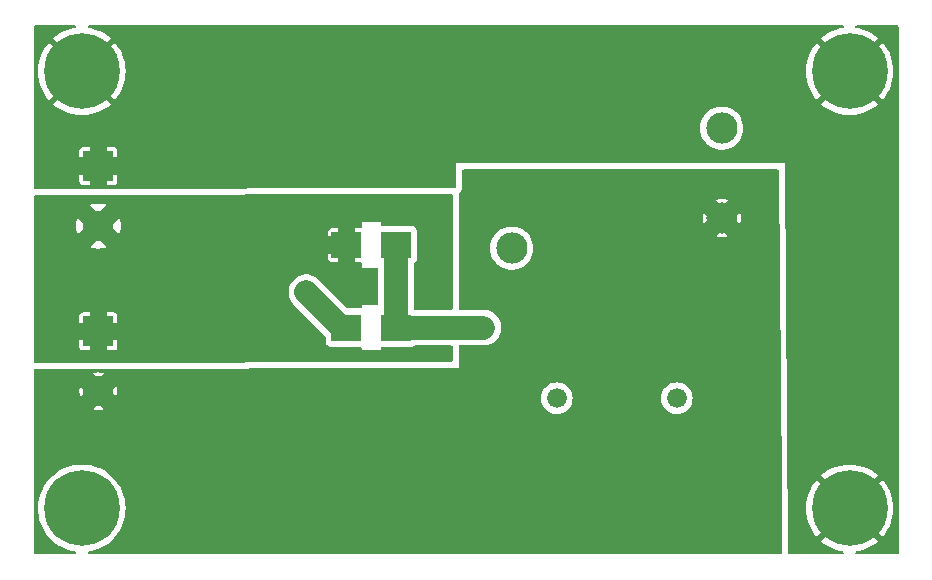
<source format=gbr>
%TF.GenerationSoftware,KiCad,Pcbnew,8.0.4*%
%TF.CreationDate,2025-06-09T12:47:20-04:00*%
%TF.ProjectId,car-battery-reverse-polarity-protection,6361722d-6261-4747-9465-72792d726576,rev?*%
%TF.SameCoordinates,Original*%
%TF.FileFunction,Copper,L1,Top*%
%TF.FilePolarity,Positive*%
%FSLAX46Y46*%
G04 Gerber Fmt 4.6, Leading zero omitted, Abs format (unit mm)*
G04 Created by KiCad (PCBNEW 8.0.4) date 2025-06-09 12:47:20*
%MOMM*%
%LPD*%
G01*
G04 APERTURE LIST*
%TA.AperFunction,ComponentPad*%
%ADD10C,6.400000*%
%TD*%
%TA.AperFunction,ComponentPad*%
%ADD11C,2.641600*%
%TD*%
%TA.AperFunction,ComponentPad*%
%ADD12C,1.676400*%
%TD*%
%TA.AperFunction,SMDPad,CuDef*%
%ADD13R,2.514600X2.260600*%
%TD*%
%TA.AperFunction,ComponentPad*%
%ADD14R,2.600000X2.600000*%
%TD*%
%TA.AperFunction,ComponentPad*%
%ADD15C,2.600000*%
%TD*%
%TA.AperFunction,ViaPad*%
%ADD16C,1.000000*%
%TD*%
%TA.AperFunction,Conductor*%
%ADD17C,2.000000*%
%TD*%
G04 APERTURE END LIST*
D10*
%TO.P,H5,1,1*%
%TO.N,GND*%
X104000000Y-106300000D03*
%TD*%
D11*
%TO.P,K1,13*%
%TO.N,GND*%
X140398800Y-84274200D03*
%TO.P,K1,14*%
%TO.N,/relay_load_terminal*%
X158178800Y-81734200D03*
D12*
%TO.P,K1,A1*%
%TO.N,/relay_coil*%
X154368800Y-96974200D03*
%TO.P,K1,A2*%
%TO.N,GND*%
X144208800Y-96974200D03*
D11*
%TO.P,K1,NC*%
%TO.N,N/C*%
X158178800Y-74114200D03*
%TD*%
D10*
%TO.P,H1,1,1*%
%TO.N,GND*%
X169000000Y-69300000D03*
%TD*%
D13*
%TO.P,D1,1,K*%
%TO.N,/relay_coil*%
X130595500Y-91000000D03*
%TO.P,D1,2,A*%
%TO.N,GND*%
X126404500Y-91000000D03*
%TD*%
%TO.P,D2,1,K*%
%TO.N,/relay_coil*%
X130595500Y-84000000D03*
%TO.P,D2,2,A*%
%TO.N,+BATT*%
X126404500Y-84000000D03*
%TD*%
D14*
%TO.P,J1,1,Pin_1*%
%TO.N,GND*%
X105400000Y-77320000D03*
D15*
%TO.P,J1,2,Pin_2*%
%TO.N,+BATT*%
X105400000Y-82400000D03*
%TD*%
D10*
%TO.P,H2,1,1*%
%TO.N,GND*%
X169000000Y-106300000D03*
%TD*%
D15*
%TO.P,J2,2,Pin_2*%
%TO.N,/relay_load_terminal*%
X105400000Y-96400000D03*
D14*
%TO.P,J2,1,Pin_1*%
%TO.N,+BATT*%
X105400000Y-91320000D03*
%TD*%
D10*
%TO.P,H3,1,1*%
%TO.N,GND*%
X104000000Y-69300000D03*
%TD*%
D16*
%TO.N,GND*%
X168900000Y-88900000D03*
X158300000Y-69500000D03*
X111700000Y-69500000D03*
X102200000Y-77600000D03*
X123000000Y-88000000D03*
X108500000Y-77500000D03*
X105300000Y-74400000D03*
%TO.N,/relay_coil*%
X138000000Y-91000000D03*
%TD*%
D17*
%TO.N,GND*%
X126404500Y-91000000D02*
X126000000Y-91000000D01*
X126000000Y-91000000D02*
X123000000Y-88000000D01*
%TO.N,/relay_coil*%
X130595500Y-91000000D02*
X138000000Y-91000000D01*
X130595500Y-84000000D02*
X130595500Y-91000000D01*
%TD*%
%TA.AperFunction,Conductor*%
%TO.N,GND*%
G36*
X103459868Y-65420185D02*
G01*
X103505623Y-65472989D01*
X103515567Y-65542147D01*
X103486542Y-65605703D01*
X103427764Y-65643477D01*
X103412227Y-65646973D01*
X103229676Y-65675886D01*
X103229669Y-65675887D01*
X102855063Y-65776262D01*
X102493005Y-65915244D01*
X102147456Y-66091310D01*
X101822206Y-66302531D01*
X101564648Y-66511095D01*
X101564648Y-66511096D01*
X103059301Y-68005748D01*
X102957670Y-68079588D01*
X102779588Y-68257670D01*
X102705748Y-68359300D01*
X101211096Y-66864648D01*
X101211095Y-66864648D01*
X101002531Y-67122206D01*
X100791310Y-67447456D01*
X100615244Y-67793005D01*
X100476262Y-68155063D01*
X100375887Y-68529669D01*
X100375886Y-68529676D01*
X100315219Y-68912712D01*
X100294922Y-69299999D01*
X100294922Y-69300000D01*
X100315219Y-69687287D01*
X100375886Y-70070323D01*
X100375887Y-70070330D01*
X100476262Y-70444936D01*
X100615244Y-70806994D01*
X100791310Y-71152543D01*
X101002531Y-71477793D01*
X101211095Y-71735350D01*
X101211096Y-71735350D01*
X102705748Y-70240698D01*
X102779588Y-70342330D01*
X102957670Y-70520412D01*
X103059300Y-70594251D01*
X101564648Y-72088903D01*
X101564649Y-72088904D01*
X101822206Y-72297468D01*
X102147456Y-72508689D01*
X102493005Y-72684755D01*
X102855063Y-72823737D01*
X103229669Y-72924112D01*
X103229676Y-72924113D01*
X103612712Y-72984780D01*
X103999999Y-73005078D01*
X104000001Y-73005078D01*
X104387287Y-72984780D01*
X104770323Y-72924113D01*
X104770330Y-72924112D01*
X105144936Y-72823737D01*
X105506994Y-72684755D01*
X105852543Y-72508689D01*
X106177783Y-72297476D01*
X106177785Y-72297475D01*
X106435349Y-72088902D01*
X104940698Y-70594251D01*
X105042330Y-70520412D01*
X105220412Y-70342330D01*
X105294251Y-70240698D01*
X106788902Y-71735349D01*
X106997475Y-71477785D01*
X106997476Y-71477783D01*
X107208689Y-71152543D01*
X107384755Y-70806994D01*
X107523737Y-70444936D01*
X107624112Y-70070330D01*
X107624113Y-70070323D01*
X107684780Y-69687287D01*
X107705078Y-69300000D01*
X107705078Y-69299999D01*
X107684780Y-68912712D01*
X107624113Y-68529676D01*
X107624112Y-68529669D01*
X107523737Y-68155063D01*
X107384755Y-67793005D01*
X107208689Y-67447456D01*
X106997468Y-67122206D01*
X106788904Y-66864649D01*
X106788903Y-66864648D01*
X105294251Y-68359300D01*
X105220412Y-68257670D01*
X105042330Y-68079588D01*
X104940698Y-68005748D01*
X106435350Y-66511096D01*
X106435350Y-66511095D01*
X106177793Y-66302531D01*
X105852543Y-66091310D01*
X105506994Y-65915244D01*
X105144936Y-65776262D01*
X104770330Y-65675887D01*
X104770323Y-65675886D01*
X104587773Y-65646973D01*
X104524638Y-65617044D01*
X104487707Y-65557732D01*
X104488705Y-65487870D01*
X104527315Y-65429637D01*
X104591278Y-65401523D01*
X104607171Y-65400500D01*
X168392829Y-65400500D01*
X168459868Y-65420185D01*
X168505623Y-65472989D01*
X168515567Y-65542147D01*
X168486542Y-65605703D01*
X168427764Y-65643477D01*
X168412227Y-65646973D01*
X168229676Y-65675886D01*
X168229669Y-65675887D01*
X167855063Y-65776262D01*
X167493005Y-65915244D01*
X167147456Y-66091310D01*
X166822206Y-66302531D01*
X166564648Y-66511095D01*
X166564648Y-66511096D01*
X168059301Y-68005748D01*
X167957670Y-68079588D01*
X167779588Y-68257670D01*
X167705748Y-68359300D01*
X166211096Y-66864648D01*
X166211095Y-66864648D01*
X166002531Y-67122206D01*
X165791310Y-67447456D01*
X165615244Y-67793005D01*
X165476262Y-68155063D01*
X165375887Y-68529669D01*
X165375886Y-68529676D01*
X165315219Y-68912712D01*
X165294922Y-69299999D01*
X165294922Y-69300000D01*
X165315219Y-69687287D01*
X165375886Y-70070323D01*
X165375887Y-70070330D01*
X165476262Y-70444936D01*
X165615244Y-70806994D01*
X165791310Y-71152543D01*
X166002531Y-71477793D01*
X166211095Y-71735350D01*
X166211096Y-71735350D01*
X167705748Y-70240698D01*
X167779588Y-70342330D01*
X167957670Y-70520412D01*
X168059300Y-70594251D01*
X166564648Y-72088903D01*
X166564649Y-72088904D01*
X166822206Y-72297468D01*
X167147456Y-72508689D01*
X167493005Y-72684755D01*
X167855063Y-72823737D01*
X168229669Y-72924112D01*
X168229676Y-72924113D01*
X168612712Y-72984780D01*
X168999999Y-73005078D01*
X169000001Y-73005078D01*
X169387287Y-72984780D01*
X169770323Y-72924113D01*
X169770330Y-72924112D01*
X170144936Y-72823737D01*
X170506994Y-72684755D01*
X170852543Y-72508689D01*
X171177783Y-72297476D01*
X171177785Y-72297475D01*
X171435349Y-72088902D01*
X169940698Y-70594251D01*
X170042330Y-70520412D01*
X170220412Y-70342330D01*
X170294251Y-70240698D01*
X171788902Y-71735349D01*
X171997475Y-71477785D01*
X171997476Y-71477783D01*
X172208689Y-71152543D01*
X172384755Y-70806994D01*
X172523737Y-70444936D01*
X172624112Y-70070330D01*
X172624113Y-70070323D01*
X172684780Y-69687287D01*
X172705078Y-69300000D01*
X172705078Y-69299999D01*
X172684780Y-68912712D01*
X172624113Y-68529676D01*
X172624112Y-68529669D01*
X172523737Y-68155063D01*
X172384755Y-67793005D01*
X172208689Y-67447456D01*
X171997468Y-67122206D01*
X171788904Y-66864649D01*
X171788903Y-66864648D01*
X170294251Y-68359300D01*
X170220412Y-68257670D01*
X170042330Y-68079588D01*
X169940698Y-68005748D01*
X171435350Y-66511096D01*
X171435350Y-66511095D01*
X171177793Y-66302531D01*
X170852543Y-66091310D01*
X170506994Y-65915244D01*
X170144936Y-65776262D01*
X169770330Y-65675887D01*
X169770323Y-65675886D01*
X169587773Y-65646973D01*
X169524638Y-65617044D01*
X169487707Y-65557732D01*
X169488705Y-65487870D01*
X169527315Y-65429637D01*
X169591278Y-65401523D01*
X169607171Y-65400500D01*
X173025500Y-65400500D01*
X173092539Y-65420185D01*
X173138294Y-65472989D01*
X173149500Y-65524500D01*
X173149500Y-110075500D01*
X173129815Y-110142539D01*
X173077011Y-110188294D01*
X173025500Y-110199500D01*
X169607171Y-110199500D01*
X169540132Y-110179815D01*
X169494377Y-110127011D01*
X169484433Y-110057853D01*
X169513458Y-109994297D01*
X169572236Y-109956523D01*
X169587773Y-109953027D01*
X169770323Y-109924113D01*
X169770330Y-109924112D01*
X170144936Y-109823737D01*
X170506994Y-109684755D01*
X170852543Y-109508689D01*
X171177783Y-109297476D01*
X171177785Y-109297475D01*
X171435349Y-109088902D01*
X169940698Y-107594251D01*
X170042330Y-107520412D01*
X170220412Y-107342330D01*
X170294251Y-107240698D01*
X171788902Y-108735349D01*
X171997475Y-108477785D01*
X171997476Y-108477783D01*
X172208689Y-108152543D01*
X172384755Y-107806994D01*
X172523737Y-107444936D01*
X172624112Y-107070330D01*
X172624113Y-107070323D01*
X172684780Y-106687287D01*
X172705078Y-106300000D01*
X172705078Y-106299999D01*
X172684780Y-105912712D01*
X172624113Y-105529676D01*
X172624112Y-105529669D01*
X172523737Y-105155063D01*
X172384755Y-104793005D01*
X172208689Y-104447456D01*
X171997468Y-104122206D01*
X171788904Y-103864649D01*
X171788903Y-103864648D01*
X170294251Y-105359300D01*
X170220412Y-105257670D01*
X170042330Y-105079588D01*
X169940698Y-105005748D01*
X171435350Y-103511096D01*
X171435350Y-103511095D01*
X171177793Y-103302531D01*
X170852543Y-103091310D01*
X170506994Y-102915244D01*
X170144936Y-102776262D01*
X169770330Y-102675887D01*
X169770323Y-102675886D01*
X169387287Y-102615219D01*
X169000001Y-102594922D01*
X168999999Y-102594922D01*
X168612712Y-102615219D01*
X168229676Y-102675886D01*
X168229669Y-102675887D01*
X167855063Y-102776262D01*
X167493005Y-102915244D01*
X167147456Y-103091310D01*
X166822206Y-103302531D01*
X166564648Y-103511095D01*
X166564648Y-103511096D01*
X168059301Y-105005748D01*
X167957670Y-105079588D01*
X167779588Y-105257670D01*
X167705748Y-105359300D01*
X166211096Y-103864648D01*
X166211095Y-103864648D01*
X166002531Y-104122206D01*
X165791310Y-104447456D01*
X165615244Y-104793005D01*
X165476262Y-105155063D01*
X165375887Y-105529669D01*
X165375886Y-105529676D01*
X165315219Y-105912712D01*
X165294922Y-106299999D01*
X165294922Y-106300000D01*
X165315219Y-106687287D01*
X165375886Y-107070323D01*
X165375887Y-107070330D01*
X165476262Y-107444936D01*
X165615244Y-107806994D01*
X165791310Y-108152543D01*
X166002531Y-108477793D01*
X166211095Y-108735350D01*
X166211096Y-108735350D01*
X167705748Y-107240698D01*
X167779588Y-107342330D01*
X167957670Y-107520412D01*
X168059300Y-107594251D01*
X166564648Y-109088903D01*
X166564649Y-109088904D01*
X166822206Y-109297468D01*
X167147456Y-109508689D01*
X167493005Y-109684755D01*
X167855063Y-109823737D01*
X168229669Y-109924112D01*
X168229676Y-109924113D01*
X168412227Y-109953027D01*
X168475362Y-109982956D01*
X168512293Y-110042268D01*
X168511295Y-110112130D01*
X168472685Y-110170363D01*
X168408722Y-110198477D01*
X168392829Y-110199500D01*
X163950496Y-110199500D01*
X163883457Y-110179815D01*
X163837702Y-110127011D01*
X163826502Y-110076728D01*
X163500000Y-77100000D01*
X135700000Y-77100000D01*
X135700000Y-79076299D01*
X135680315Y-79143338D01*
X135627511Y-79189093D01*
X135576300Y-79200299D01*
X100074800Y-79286259D01*
X100007713Y-79266736D01*
X99961831Y-79214043D01*
X99950500Y-79162259D01*
X99950500Y-78664785D01*
X103800001Y-78664785D01*
X103800002Y-78664808D01*
X103802908Y-78689869D01*
X103802909Y-78689873D01*
X103848211Y-78792474D01*
X103848214Y-78792479D01*
X103927520Y-78871785D01*
X103927525Y-78871788D01*
X104030123Y-78917089D01*
X104055206Y-78919999D01*
X104649999Y-78919999D01*
X106150000Y-78919999D01*
X106744786Y-78919999D01*
X106744808Y-78919997D01*
X106769869Y-78917091D01*
X106769873Y-78917090D01*
X106872474Y-78871788D01*
X106872479Y-78871785D01*
X106951785Y-78792479D01*
X106951788Y-78792474D01*
X106997089Y-78689877D01*
X106997089Y-78689875D01*
X106999999Y-78664794D01*
X107000000Y-78664791D01*
X107000000Y-78070000D01*
X106150000Y-78070000D01*
X106150000Y-78919999D01*
X104649999Y-78919999D01*
X104650000Y-78919998D01*
X104650000Y-78070000D01*
X103800001Y-78070000D01*
X103800001Y-78664785D01*
X99950500Y-78664785D01*
X99950500Y-77255981D01*
X104750000Y-77255981D01*
X104750000Y-77384019D01*
X104774979Y-77509598D01*
X104823978Y-77627890D01*
X104895112Y-77734351D01*
X104985649Y-77824888D01*
X105092110Y-77896022D01*
X105210402Y-77945021D01*
X105335981Y-77970000D01*
X105464019Y-77970000D01*
X105589598Y-77945021D01*
X105707890Y-77896022D01*
X105814351Y-77824888D01*
X105904888Y-77734351D01*
X105976022Y-77627890D01*
X106025021Y-77509598D01*
X106050000Y-77384019D01*
X106050000Y-77255981D01*
X106025021Y-77130402D01*
X105976022Y-77012110D01*
X105904888Y-76905649D01*
X105814351Y-76815112D01*
X105707890Y-76743978D01*
X105589598Y-76694979D01*
X105464019Y-76670000D01*
X105335981Y-76670000D01*
X105210402Y-76694979D01*
X105092110Y-76743978D01*
X104985649Y-76815112D01*
X104895112Y-76905649D01*
X104823978Y-77012110D01*
X104774979Y-77130402D01*
X104750000Y-77255981D01*
X99950500Y-77255981D01*
X99950500Y-75975205D01*
X103800000Y-75975205D01*
X103800000Y-76570000D01*
X104650000Y-76570000D01*
X106150000Y-76570000D01*
X106999999Y-76570000D01*
X106999999Y-75975214D01*
X106999997Y-75975191D01*
X106997091Y-75950130D01*
X106997090Y-75950126D01*
X106951788Y-75847525D01*
X106951785Y-75847520D01*
X106872479Y-75768214D01*
X106872474Y-75768211D01*
X106769876Y-75722910D01*
X106744794Y-75720000D01*
X106150000Y-75720000D01*
X106150000Y-76570000D01*
X104650000Y-76570000D01*
X104650000Y-75720000D01*
X104055214Y-75720000D01*
X104055191Y-75720002D01*
X104030130Y-75722908D01*
X104030126Y-75722909D01*
X103927525Y-75768211D01*
X103927520Y-75768214D01*
X103848214Y-75847520D01*
X103848211Y-75847525D01*
X103802910Y-75950122D01*
X103802910Y-75950124D01*
X103800000Y-75975205D01*
X99950500Y-75975205D01*
X99950500Y-74114195D01*
X156352393Y-74114195D01*
X156352393Y-74114204D01*
X156372790Y-74386402D01*
X156372791Y-74386407D01*
X156433531Y-74652529D01*
X156433537Y-74652548D01*
X156533264Y-74906648D01*
X156533263Y-74906648D01*
X156619793Y-75056521D01*
X156669752Y-75143052D01*
X156807218Y-75315428D01*
X156839952Y-75356476D01*
X157028850Y-75531746D01*
X157040054Y-75542142D01*
X157265597Y-75695915D01*
X157265602Y-75695917D01*
X157265603Y-75695918D01*
X157265604Y-75695919D01*
X157396223Y-75758821D01*
X157511535Y-75814352D01*
X157511536Y-75814352D01*
X157511539Y-75814354D01*
X157772386Y-75894815D01*
X158042312Y-75935500D01*
X158042313Y-75935500D01*
X158315287Y-75935500D01*
X158315288Y-75935500D01*
X158585214Y-75894815D01*
X158846061Y-75814354D01*
X159092004Y-75695915D01*
X159317546Y-75542142D01*
X159517651Y-75356472D01*
X159687848Y-75143052D01*
X159824336Y-74906648D01*
X159924065Y-74652543D01*
X159984808Y-74386412D01*
X160005207Y-74114200D01*
X159984808Y-73841988D01*
X159924065Y-73575857D01*
X159824336Y-73321752D01*
X159824335Y-73321751D01*
X159824336Y-73321751D01*
X159774377Y-73235221D01*
X159687848Y-73085348D01*
X159517651Y-72871928D01*
X159517650Y-72871927D01*
X159517647Y-72871923D01*
X159388724Y-72752301D01*
X159317546Y-72686258D01*
X159092004Y-72532485D01*
X159092003Y-72532484D01*
X159091996Y-72532480D01*
X158846063Y-72414047D01*
X158846065Y-72414047D01*
X158585222Y-72333587D01*
X158585218Y-72333586D01*
X158585214Y-72333585D01*
X158455373Y-72314014D01*
X158315293Y-72292900D01*
X158315288Y-72292900D01*
X158042312Y-72292900D01*
X158042306Y-72292900D01*
X157874208Y-72318237D01*
X157772386Y-72333585D01*
X157772383Y-72333586D01*
X157772377Y-72333587D01*
X157511535Y-72414047D01*
X157265604Y-72532480D01*
X157265603Y-72532481D01*
X157040053Y-72686258D01*
X156839952Y-72871923D01*
X156669752Y-73085348D01*
X156533264Y-73321751D01*
X156433537Y-73575851D01*
X156433531Y-73575870D01*
X156372791Y-73841992D01*
X156372790Y-73841997D01*
X156352393Y-74114195D01*
X99950500Y-74114195D01*
X99950500Y-65524500D01*
X99970185Y-65457461D01*
X100022989Y-65411706D01*
X100074500Y-65400500D01*
X103392829Y-65400500D01*
X103459868Y-65420185D01*
G37*
%TD.AperFunction*%
%TD*%
%TA.AperFunction,Conductor*%
%TO.N,/relay_load_terminal*%
G36*
X162943741Y-77625185D02*
G01*
X162989496Y-77677989D01*
X163000695Y-77728269D01*
X163267748Y-104700550D01*
X163283584Y-106299999D01*
X163320953Y-110074272D01*
X163301933Y-110141503D01*
X163249585Y-110187779D01*
X163196959Y-110199500D01*
X104610362Y-110199500D01*
X104543323Y-110179815D01*
X104497568Y-110127011D01*
X104487624Y-110057853D01*
X104516649Y-109994297D01*
X104575427Y-109956523D01*
X104590964Y-109953027D01*
X104597760Y-109951950D01*
X104770433Y-109924602D01*
X105145087Y-109824214D01*
X105507194Y-109685214D01*
X105852789Y-109509125D01*
X106178084Y-109297876D01*
X106479516Y-109053781D01*
X106753781Y-108779516D01*
X106997876Y-108478084D01*
X107209125Y-108152789D01*
X107385214Y-107807194D01*
X107524214Y-107445087D01*
X107624602Y-107070433D01*
X107685278Y-106687338D01*
X107705578Y-106300000D01*
X107685278Y-105912662D01*
X107624602Y-105529567D01*
X107524214Y-105154913D01*
X107385214Y-104792806D01*
X107209125Y-104447211D01*
X106997876Y-104121916D01*
X106753781Y-103820484D01*
X106479516Y-103546219D01*
X106178084Y-103302124D01*
X106178082Y-103302122D01*
X105852793Y-103090877D01*
X105507197Y-102914787D01*
X105145094Y-102775788D01*
X105145087Y-102775786D01*
X104770433Y-102675398D01*
X104770429Y-102675397D01*
X104770428Y-102675397D01*
X104387339Y-102614722D01*
X104000001Y-102594422D01*
X103999999Y-102594422D01*
X103612660Y-102614722D01*
X103229572Y-102675397D01*
X103229570Y-102675397D01*
X102854905Y-102775788D01*
X102492802Y-102914787D01*
X102147206Y-103090877D01*
X101821917Y-103302122D01*
X101520488Y-103546215D01*
X101520480Y-103546222D01*
X101246222Y-103820480D01*
X101246215Y-103820488D01*
X101002122Y-104121917D01*
X100790877Y-104447206D01*
X100614787Y-104792802D01*
X100475788Y-105154905D01*
X100375397Y-105529570D01*
X100375397Y-105529572D01*
X100314722Y-105912660D01*
X100294422Y-106299999D01*
X100314722Y-106687339D01*
X100338271Y-106836024D01*
X100375398Y-107070433D01*
X100407322Y-107189577D01*
X100475788Y-107445094D01*
X100614787Y-107807197D01*
X100790877Y-108152793D01*
X101002122Y-108478082D01*
X101002124Y-108478084D01*
X101246219Y-108779516D01*
X101520484Y-109053781D01*
X101520488Y-109053784D01*
X101821917Y-109297877D01*
X102076728Y-109463353D01*
X102147211Y-109509125D01*
X102492806Y-109685214D01*
X102854913Y-109824214D01*
X103229567Y-109924602D01*
X103399029Y-109951442D01*
X103409036Y-109953027D01*
X103472171Y-109982956D01*
X103509102Y-110042268D01*
X103508104Y-110112130D01*
X103469494Y-110170363D01*
X103405531Y-110198477D01*
X103389638Y-110199500D01*
X100074500Y-110199500D01*
X100007461Y-110179815D01*
X99961706Y-110127011D01*
X99950500Y-110075500D01*
X99950500Y-97932245D01*
X104928414Y-97932245D01*
X105148929Y-97985187D01*
X105400000Y-98004947D01*
X105651070Y-97985187D01*
X105871584Y-97932245D01*
X105400001Y-97460660D01*
X105400000Y-97460660D01*
X104928414Y-97932245D01*
X99950500Y-97932245D01*
X99950500Y-96400000D01*
X103795052Y-96400000D01*
X103814812Y-96651072D01*
X103867752Y-96871584D01*
X103867753Y-96871584D01*
X104339339Y-96400000D01*
X104275320Y-96335981D01*
X104750000Y-96335981D01*
X104750000Y-96464019D01*
X104774979Y-96589598D01*
X104823978Y-96707890D01*
X104895112Y-96814351D01*
X104985649Y-96904888D01*
X105092110Y-96976022D01*
X105210402Y-97025021D01*
X105335981Y-97050000D01*
X105464019Y-97050000D01*
X105589598Y-97025021D01*
X105707890Y-96976022D01*
X105710618Y-96974199D01*
X142864986Y-96974199D01*
X142864986Y-96974200D01*
X142885401Y-97207546D01*
X142885403Y-97207556D01*
X142946025Y-97433803D01*
X142946027Y-97433807D01*
X142946028Y-97433811D01*
X143045023Y-97646107D01*
X143179379Y-97837987D01*
X143345013Y-98003621D01*
X143536893Y-98137977D01*
X143749189Y-98236972D01*
X143975449Y-98297598D01*
X144162129Y-98313930D01*
X144208799Y-98318014D01*
X144208800Y-98318014D01*
X144208801Y-98318014D01*
X144247691Y-98314611D01*
X144442151Y-98297598D01*
X144668411Y-98236972D01*
X144880707Y-98137977D01*
X145072587Y-98003621D01*
X145238221Y-97837987D01*
X145372577Y-97646107D01*
X145471572Y-97433811D01*
X145532198Y-97207551D01*
X145552614Y-96974200D01*
X145552614Y-96974199D01*
X153024986Y-96974199D01*
X153024986Y-96974200D01*
X153045401Y-97207546D01*
X153045403Y-97207556D01*
X153106025Y-97433803D01*
X153106027Y-97433807D01*
X153106028Y-97433811D01*
X153205023Y-97646107D01*
X153339379Y-97837987D01*
X153505013Y-98003621D01*
X153696893Y-98137977D01*
X153909189Y-98236972D01*
X154135449Y-98297598D01*
X154322129Y-98313930D01*
X154368799Y-98318014D01*
X154368800Y-98318014D01*
X154368801Y-98318014D01*
X154407691Y-98314611D01*
X154602151Y-98297598D01*
X154828411Y-98236972D01*
X155040707Y-98137977D01*
X155232587Y-98003621D01*
X155398221Y-97837987D01*
X155532577Y-97646107D01*
X155631572Y-97433811D01*
X155692198Y-97207551D01*
X155712614Y-96974200D01*
X155692198Y-96740849D01*
X155631572Y-96514589D01*
X155532577Y-96302293D01*
X155398221Y-96110413D01*
X155232587Y-95944779D01*
X155040707Y-95810423D01*
X154828411Y-95711428D01*
X154828407Y-95711427D01*
X154828403Y-95711425D01*
X154602156Y-95650803D01*
X154602146Y-95650801D01*
X154368801Y-95630386D01*
X154368799Y-95630386D01*
X154135453Y-95650801D01*
X154135443Y-95650803D01*
X153909196Y-95711425D01*
X153909189Y-95711427D01*
X153909189Y-95711428D01*
X153696893Y-95810423D01*
X153505013Y-95944779D01*
X153505011Y-95944780D01*
X153505008Y-95944783D01*
X153339383Y-96110408D01*
X153339380Y-96110411D01*
X153339379Y-96110413D01*
X153312410Y-96148929D01*
X153205023Y-96302293D01*
X153106029Y-96514587D01*
X153106025Y-96514596D01*
X153045403Y-96740843D01*
X153045401Y-96740853D01*
X153024986Y-96974199D01*
X145552614Y-96974199D01*
X145532198Y-96740849D01*
X145471572Y-96514589D01*
X145372577Y-96302293D01*
X145238221Y-96110413D01*
X145072587Y-95944779D01*
X144880707Y-95810423D01*
X144668411Y-95711428D01*
X144668407Y-95711427D01*
X144668403Y-95711425D01*
X144442156Y-95650803D01*
X144442146Y-95650801D01*
X144208801Y-95630386D01*
X144208799Y-95630386D01*
X143975453Y-95650801D01*
X143975443Y-95650803D01*
X143749196Y-95711425D01*
X143749189Y-95711427D01*
X143749189Y-95711428D01*
X143536893Y-95810423D01*
X143345013Y-95944779D01*
X143345011Y-95944780D01*
X143345008Y-95944783D01*
X143179383Y-96110408D01*
X143179380Y-96110411D01*
X143179379Y-96110413D01*
X143152410Y-96148929D01*
X143045023Y-96302293D01*
X142946029Y-96514587D01*
X142946025Y-96514596D01*
X142885403Y-96740843D01*
X142885401Y-96740853D01*
X142864986Y-96974199D01*
X105710618Y-96974199D01*
X105814351Y-96904888D01*
X105904888Y-96814351D01*
X105976022Y-96707890D01*
X106025021Y-96589598D01*
X106050000Y-96464019D01*
X106050000Y-96400000D01*
X106460660Y-96400000D01*
X106932245Y-96871584D01*
X106985187Y-96651070D01*
X107004947Y-96400000D01*
X106985187Y-96148929D01*
X106932245Y-95928414D01*
X106460660Y-96400000D01*
X106050000Y-96400000D01*
X106050000Y-96335981D01*
X106025021Y-96210402D01*
X105976022Y-96092110D01*
X105904888Y-95985649D01*
X105814351Y-95895112D01*
X105707890Y-95823978D01*
X105589598Y-95774979D01*
X105464019Y-95750000D01*
X105335981Y-95750000D01*
X105210402Y-95774979D01*
X105092110Y-95823978D01*
X104985649Y-95895112D01*
X104895112Y-95985649D01*
X104823978Y-96092110D01*
X104774979Y-96210402D01*
X104750000Y-96335981D01*
X104275320Y-96335981D01*
X103867753Y-95928414D01*
X103867752Y-95928414D01*
X103814812Y-96148927D01*
X103795052Y-96400000D01*
X99950500Y-96400000D01*
X99950500Y-94867752D01*
X104928414Y-94867752D01*
X104928414Y-94867753D01*
X105400000Y-95339339D01*
X105400001Y-95339339D01*
X105871584Y-94867753D01*
X105871584Y-94867752D01*
X105651072Y-94814812D01*
X105400000Y-94795052D01*
X105148927Y-94814812D01*
X104928414Y-94867752D01*
X99950500Y-94867752D01*
X99950500Y-94610954D01*
X99970185Y-94543915D01*
X100022989Y-94498160D01*
X100074194Y-94486954D01*
X135900000Y-94400000D01*
X135900000Y-92624500D01*
X135919685Y-92557461D01*
X135972489Y-92511706D01*
X136024000Y-92500500D01*
X138118097Y-92500500D01*
X138351368Y-92463553D01*
X138575992Y-92390568D01*
X138786433Y-92283343D01*
X138977510Y-92144517D01*
X139144517Y-91977510D01*
X139283343Y-91786433D01*
X139390568Y-91575992D01*
X139463553Y-91351368D01*
X139500500Y-91118097D01*
X139500500Y-90881902D01*
X139463553Y-90648631D01*
X139390566Y-90424003D01*
X139283342Y-90213566D01*
X139144517Y-90022490D01*
X138977510Y-89855483D01*
X138786433Y-89716657D01*
X138575996Y-89609433D01*
X138351368Y-89536446D01*
X138118097Y-89499500D01*
X138118092Y-89499500D01*
X136024000Y-89499500D01*
X135956961Y-89479815D01*
X135911206Y-89427011D01*
X135900000Y-89375500D01*
X135900000Y-84274195D01*
X138572393Y-84274195D01*
X138572393Y-84274204D01*
X138592790Y-84546402D01*
X138592791Y-84546407D01*
X138653531Y-84812529D01*
X138653537Y-84812548D01*
X138753264Y-85066648D01*
X138753263Y-85066648D01*
X138817652Y-85178172D01*
X138889752Y-85303052D01*
X139027218Y-85475428D01*
X139059952Y-85516476D01*
X139183164Y-85630799D01*
X139260054Y-85702142D01*
X139485597Y-85855915D01*
X139485602Y-85855917D01*
X139485603Y-85855918D01*
X139485604Y-85855919D01*
X139616223Y-85918821D01*
X139731535Y-85974352D01*
X139731536Y-85974352D01*
X139731539Y-85974354D01*
X139992386Y-86054815D01*
X140262312Y-86095500D01*
X140262313Y-86095500D01*
X140535287Y-86095500D01*
X140535288Y-86095500D01*
X140805214Y-86054815D01*
X141066061Y-85974354D01*
X141312004Y-85855915D01*
X141537546Y-85702142D01*
X141737651Y-85516472D01*
X141907848Y-85303052D01*
X142044336Y-85066648D01*
X142144065Y-84812543D01*
X142204808Y-84546412D01*
X142225207Y-84274200D01*
X142210709Y-84080738D01*
X142204809Y-84001997D01*
X142204808Y-84001992D01*
X142204808Y-84001988D01*
X142144065Y-83735857D01*
X142044336Y-83481752D01*
X142044335Y-83481751D01*
X142044336Y-83481751D01*
X141962493Y-83339996D01*
X141907848Y-83245348D01*
X141737651Y-83031928D01*
X141737650Y-83031927D01*
X141737647Y-83031923D01*
X141608724Y-82912301D01*
X141537546Y-82846258D01*
X141414281Y-82762217D01*
X141312007Y-82692487D01*
X141311996Y-82692480D01*
X141066063Y-82574047D01*
X141066065Y-82574047D01*
X140805222Y-82493587D01*
X140805218Y-82493586D01*
X140805214Y-82493585D01*
X140675373Y-82474014D01*
X140535293Y-82452900D01*
X140535288Y-82452900D01*
X140262312Y-82452900D01*
X140262306Y-82452900D01*
X140094208Y-82478237D01*
X139992386Y-82493585D01*
X139992383Y-82493586D01*
X139992377Y-82493587D01*
X139731535Y-82574047D01*
X139485604Y-82692480D01*
X139485603Y-82692481D01*
X139260053Y-82846258D01*
X139059952Y-83031923D01*
X138889752Y-83245348D01*
X138753264Y-83481751D01*
X138653537Y-83735851D01*
X138653531Y-83735870D01*
X138592791Y-84001992D01*
X138592790Y-84001997D01*
X138572393Y-84274195D01*
X135900000Y-84274195D01*
X135900000Y-81734200D01*
X156552988Y-81734200D01*
X156573003Y-81988529D01*
X156629302Y-82223035D01*
X156629303Y-82223035D01*
X157112000Y-81740339D01*
X157112000Y-81839271D01*
X157152996Y-82045374D01*
X157233414Y-82239519D01*
X157350162Y-82414245D01*
X157498755Y-82562838D01*
X157673481Y-82679586D01*
X157867626Y-82760004D01*
X158073729Y-82801000D01*
X158172660Y-82801000D01*
X157689963Y-83283694D01*
X157689963Y-83283695D01*
X157924472Y-83339996D01*
X158178800Y-83360011D01*
X158433127Y-83339996D01*
X158667635Y-83283695D01*
X158184941Y-82801000D01*
X158283871Y-82801000D01*
X158489974Y-82760004D01*
X158684119Y-82679586D01*
X158858845Y-82562838D01*
X159007438Y-82414245D01*
X159124186Y-82239519D01*
X159204604Y-82045374D01*
X159245600Y-81839271D01*
X159245600Y-81740340D01*
X159728295Y-82223035D01*
X159784596Y-81988527D01*
X159804611Y-81734200D01*
X159784596Y-81479872D01*
X159728295Y-81245363D01*
X159728294Y-81245363D01*
X159245600Y-81728058D01*
X159245600Y-81629129D01*
X159204604Y-81423026D01*
X159124186Y-81228881D01*
X159007438Y-81054155D01*
X158858845Y-80905562D01*
X158684119Y-80788814D01*
X158489974Y-80708396D01*
X158283871Y-80667400D01*
X158184941Y-80667400D01*
X158667635Y-80184703D01*
X158667635Y-80184702D01*
X158433129Y-80128403D01*
X158178800Y-80108388D01*
X157924470Y-80128403D01*
X157689963Y-80184702D01*
X157689963Y-80184703D01*
X158172660Y-80667400D01*
X158073729Y-80667400D01*
X157867626Y-80708396D01*
X157673481Y-80788814D01*
X157498755Y-80905562D01*
X157350162Y-81054155D01*
X157233414Y-81228881D01*
X157152996Y-81423026D01*
X157112000Y-81629129D01*
X157112000Y-81728060D01*
X156629303Y-81245363D01*
X156629302Y-81245363D01*
X156573003Y-81479870D01*
X156552988Y-81734200D01*
X135900000Y-81734200D01*
X135900000Y-79676456D01*
X135919685Y-79609417D01*
X135955139Y-79573962D01*
X135955000Y-79573776D01*
X135956296Y-79572805D01*
X135956961Y-79572140D01*
X135958543Y-79571124D01*
X136011347Y-79525369D01*
X136105567Y-79416635D01*
X136165338Y-79285758D01*
X136185023Y-79218719D01*
X136185024Y-79218715D01*
X136205500Y-79076299D01*
X136205500Y-77729500D01*
X136225185Y-77662461D01*
X136277989Y-77616706D01*
X136329500Y-77605500D01*
X162876702Y-77605500D01*
X162943741Y-77625185D01*
G37*
%TD.AperFunction*%
%TD*%
%TA.AperFunction,Conductor*%
%TO.N,+BATT*%
G36*
X135337287Y-79726064D02*
G01*
X135383169Y-79778757D01*
X135394500Y-79830541D01*
X135394500Y-89375500D01*
X135374815Y-89442539D01*
X135322011Y-89488294D01*
X135270500Y-89499500D01*
X132234714Y-89499500D01*
X132167675Y-89479815D01*
X132160398Y-89474763D01*
X132145684Y-89463747D01*
X132103816Y-89407811D01*
X132096000Y-89364484D01*
X132096000Y-85635514D01*
X132115685Y-85568475D01*
X132145685Y-85536250D01*
X132210346Y-85487846D01*
X132296596Y-85372631D01*
X132346891Y-85237783D01*
X132353300Y-85178173D01*
X132353299Y-82821828D01*
X132346891Y-82762217D01*
X132326628Y-82707890D01*
X132296597Y-82627371D01*
X132296593Y-82627364D01*
X132210347Y-82512155D01*
X132210344Y-82512152D01*
X132095135Y-82425906D01*
X132095128Y-82425902D01*
X131960282Y-82375608D01*
X131960283Y-82375608D01*
X131900683Y-82369201D01*
X131900681Y-82369200D01*
X131900673Y-82369200D01*
X131900665Y-82369200D01*
X129411400Y-82369200D01*
X129344361Y-82349515D01*
X129298606Y-82296711D01*
X129287400Y-82245200D01*
X129287400Y-82069600D01*
X127712600Y-82069600D01*
X127712600Y-82445700D01*
X127692915Y-82512739D01*
X127640111Y-82558494D01*
X127588600Y-82569700D01*
X127154500Y-82569700D01*
X127154500Y-85430299D01*
X127588600Y-85430299D01*
X127655639Y-85449984D01*
X127701394Y-85502788D01*
X127712600Y-85554299D01*
X127712600Y-85930400D01*
X128971000Y-85930400D01*
X129038039Y-85950085D01*
X129083794Y-86002889D01*
X129095000Y-86054400D01*
X129095000Y-88945600D01*
X129075315Y-89012639D01*
X129022511Y-89058394D01*
X128971000Y-89069600D01*
X127712600Y-89069600D01*
X127712600Y-89245200D01*
X127692915Y-89312239D01*
X127640111Y-89357994D01*
X127588600Y-89369200D01*
X126542590Y-89369200D01*
X126475551Y-89349515D01*
X126454909Y-89332881D01*
X123977512Y-86855485D01*
X123977511Y-86855484D01*
X123786434Y-86716657D01*
X123575996Y-86609433D01*
X123351368Y-86536446D01*
X123118097Y-86499500D01*
X123118092Y-86499500D01*
X122881908Y-86499500D01*
X122881903Y-86499500D01*
X122648631Y-86536446D01*
X122424003Y-86609433D01*
X122213565Y-86716657D01*
X122022488Y-86855484D01*
X121855484Y-87022488D01*
X121716657Y-87213565D01*
X121609433Y-87424003D01*
X121536446Y-87648631D01*
X121499500Y-87881902D01*
X121499500Y-88118097D01*
X121536446Y-88351368D01*
X121609433Y-88575996D01*
X121716657Y-88786434D01*
X121855484Y-88977511D01*
X121855485Y-88977512D01*
X124610381Y-91732409D01*
X124643866Y-91793732D01*
X124646700Y-91820090D01*
X124646700Y-92178169D01*
X124646701Y-92178176D01*
X124653108Y-92237783D01*
X124703402Y-92372628D01*
X124703406Y-92372635D01*
X124789652Y-92487844D01*
X124789655Y-92487847D01*
X124904864Y-92574093D01*
X124904871Y-92574097D01*
X125039717Y-92624391D01*
X125039716Y-92624391D01*
X125046644Y-92625135D01*
X125099327Y-92630800D01*
X127588600Y-92630799D01*
X127655639Y-92650484D01*
X127701394Y-92703287D01*
X127712600Y-92754799D01*
X127712600Y-92930400D01*
X129287400Y-92930400D01*
X129287400Y-92754799D01*
X129307085Y-92687760D01*
X129359889Y-92642005D01*
X129411395Y-92630799D01*
X131900672Y-92630799D01*
X131960283Y-92624391D01*
X132095131Y-92574096D01*
X132160402Y-92525233D01*
X132225865Y-92500816D01*
X132234713Y-92500500D01*
X135270500Y-92500500D01*
X135337539Y-92520185D01*
X135383294Y-92572989D01*
X135394500Y-92624500D01*
X135394500Y-93772024D01*
X135374815Y-93839063D01*
X135322011Y-93884818D01*
X135270801Y-93896024D01*
X100074801Y-93981450D01*
X100007714Y-93961928D01*
X99961831Y-93909235D01*
X99950500Y-93857450D01*
X99950500Y-92664785D01*
X103800001Y-92664785D01*
X103800002Y-92664808D01*
X103802908Y-92689869D01*
X103802909Y-92689873D01*
X103848211Y-92792474D01*
X103848214Y-92792479D01*
X103927520Y-92871785D01*
X103927525Y-92871788D01*
X104030123Y-92917089D01*
X104055206Y-92919999D01*
X104649999Y-92919999D01*
X106150000Y-92919999D01*
X106744786Y-92919999D01*
X106744808Y-92919997D01*
X106769869Y-92917091D01*
X106769873Y-92917090D01*
X106872474Y-92871788D01*
X106872479Y-92871785D01*
X106951785Y-92792479D01*
X106951788Y-92792474D01*
X106997089Y-92689877D01*
X106997089Y-92689875D01*
X106999999Y-92664794D01*
X107000000Y-92664791D01*
X107000000Y-92070000D01*
X106150000Y-92070000D01*
X106150000Y-92919999D01*
X104649999Y-92919999D01*
X104650000Y-92919998D01*
X104650000Y-92070000D01*
X103800001Y-92070000D01*
X103800001Y-92664785D01*
X99950500Y-92664785D01*
X99950500Y-91255981D01*
X104750000Y-91255981D01*
X104750000Y-91384019D01*
X104774979Y-91509598D01*
X104823978Y-91627890D01*
X104895112Y-91734351D01*
X104985649Y-91824888D01*
X105092110Y-91896022D01*
X105210402Y-91945021D01*
X105335981Y-91970000D01*
X105464019Y-91970000D01*
X105589598Y-91945021D01*
X105707890Y-91896022D01*
X105814351Y-91824888D01*
X105904888Y-91734351D01*
X105976022Y-91627890D01*
X106025021Y-91509598D01*
X106050000Y-91384019D01*
X106050000Y-91255981D01*
X106025021Y-91130402D01*
X105976022Y-91012110D01*
X105904888Y-90905649D01*
X105814351Y-90815112D01*
X105707890Y-90743978D01*
X105589598Y-90694979D01*
X105464019Y-90670000D01*
X105335981Y-90670000D01*
X105210402Y-90694979D01*
X105092110Y-90743978D01*
X104985649Y-90815112D01*
X104895112Y-90905649D01*
X104823978Y-91012110D01*
X104774979Y-91130402D01*
X104750000Y-91255981D01*
X99950500Y-91255981D01*
X99950500Y-89975205D01*
X103800000Y-89975205D01*
X103800000Y-90570000D01*
X104650000Y-90570000D01*
X106150000Y-90570000D01*
X106999999Y-90570000D01*
X106999999Y-89975214D01*
X106999997Y-89975191D01*
X106997091Y-89950130D01*
X106997090Y-89950126D01*
X106951788Y-89847525D01*
X106951785Y-89847520D01*
X106872479Y-89768214D01*
X106872474Y-89768211D01*
X106769876Y-89722910D01*
X106744794Y-89720000D01*
X106150000Y-89720000D01*
X106150000Y-90570000D01*
X104650000Y-90570000D01*
X104650000Y-89720000D01*
X104055214Y-89720000D01*
X104055191Y-89720002D01*
X104030130Y-89722908D01*
X104030126Y-89722909D01*
X103927525Y-89768211D01*
X103927520Y-89768214D01*
X103848214Y-89847520D01*
X103848211Y-89847525D01*
X103802910Y-89950122D01*
X103802910Y-89950124D01*
X103800000Y-89975205D01*
X99950500Y-89975205D01*
X99950500Y-85175085D01*
X124847201Y-85175085D01*
X124847202Y-85175108D01*
X124850108Y-85200169D01*
X124850109Y-85200173D01*
X124895411Y-85302774D01*
X124895414Y-85302779D01*
X124974720Y-85382085D01*
X124974725Y-85382088D01*
X125077323Y-85427389D01*
X125102406Y-85430299D01*
X125654499Y-85430299D01*
X125654500Y-85430298D01*
X125654500Y-84750000D01*
X124847201Y-84750000D01*
X124847201Y-85175085D01*
X99950500Y-85175085D01*
X99950500Y-84165109D01*
X104695549Y-84165109D01*
X104863347Y-84227694D01*
X105128902Y-84285462D01*
X105128909Y-84285463D01*
X105399999Y-84304853D01*
X105400001Y-84304853D01*
X105671090Y-84285463D01*
X105671097Y-84285462D01*
X105936652Y-84227694D01*
X106104449Y-84165110D01*
X106104449Y-84165109D01*
X105400001Y-83460660D01*
X105400000Y-83460660D01*
X104695549Y-84165109D01*
X99950500Y-84165109D01*
X99950500Y-82399998D01*
X103495147Y-82399998D01*
X103495147Y-82400001D01*
X103514536Y-82671090D01*
X103514537Y-82671097D01*
X103572306Y-82936657D01*
X103634889Y-83104448D01*
X103634890Y-83104449D01*
X104339339Y-82400000D01*
X104339339Y-82399999D01*
X104275321Y-82335981D01*
X104750000Y-82335981D01*
X104750000Y-82464019D01*
X104774979Y-82589598D01*
X104823978Y-82707890D01*
X104895112Y-82814351D01*
X104985649Y-82904888D01*
X105092110Y-82976022D01*
X105210402Y-83025021D01*
X105335981Y-83050000D01*
X105464019Y-83050000D01*
X105589598Y-83025021D01*
X105707890Y-82976022D01*
X105814351Y-82904888D01*
X105904888Y-82814351D01*
X105976022Y-82707890D01*
X106025021Y-82589598D01*
X106050000Y-82464019D01*
X106050000Y-82399999D01*
X106460660Y-82399999D01*
X106460660Y-82400000D01*
X107165109Y-83104449D01*
X107165110Y-83104449D01*
X107227694Y-82936652D01*
X107252003Y-82824905D01*
X124847200Y-82824905D01*
X124847200Y-83250000D01*
X125654500Y-83250000D01*
X125654500Y-82569700D01*
X125102414Y-82569700D01*
X125102391Y-82569702D01*
X125077330Y-82572608D01*
X125077326Y-82572609D01*
X124974725Y-82617911D01*
X124974720Y-82617914D01*
X124895414Y-82697220D01*
X124895411Y-82697225D01*
X124850110Y-82799822D01*
X124850110Y-82799824D01*
X124847200Y-82824905D01*
X107252003Y-82824905D01*
X107285462Y-82671097D01*
X107285463Y-82671090D01*
X107304853Y-82400001D01*
X107304853Y-82399998D01*
X107285463Y-82128909D01*
X107285462Y-82128902D01*
X107227694Y-81863347D01*
X107165109Y-81695549D01*
X106460660Y-82399999D01*
X106050000Y-82399999D01*
X106050000Y-82335981D01*
X106025021Y-82210402D01*
X105976022Y-82092110D01*
X105904888Y-81985649D01*
X105814351Y-81895112D01*
X105707890Y-81823978D01*
X105589598Y-81774979D01*
X105464019Y-81750000D01*
X105335981Y-81750000D01*
X105210402Y-81774979D01*
X105092110Y-81823978D01*
X104985649Y-81895112D01*
X104895112Y-81985649D01*
X104823978Y-82092110D01*
X104774979Y-82210402D01*
X104750000Y-82335981D01*
X104275321Y-82335981D01*
X103634889Y-81695550D01*
X103572307Y-81863339D01*
X103514537Y-82128902D01*
X103514536Y-82128909D01*
X103495147Y-82399998D01*
X99950500Y-82399998D01*
X99950500Y-80634889D01*
X104695550Y-80634889D01*
X105400000Y-81339339D01*
X105400001Y-81339339D01*
X106104449Y-80634890D01*
X106104448Y-80634889D01*
X105936657Y-80572306D01*
X105671097Y-80514537D01*
X105671090Y-80514536D01*
X105400001Y-80495147D01*
X105399999Y-80495147D01*
X105128909Y-80514536D01*
X105128902Y-80514537D01*
X104863339Y-80572307D01*
X104695550Y-80634889D01*
X99950500Y-80634889D01*
X99950500Y-79915761D01*
X99970185Y-79848722D01*
X100022989Y-79802967D01*
X100074200Y-79791761D01*
X100076014Y-79791756D01*
X100076024Y-79791758D01*
X135270203Y-79706541D01*
X135337287Y-79726064D01*
G37*
%TD.AperFunction*%
%TD*%
M02*

</source>
